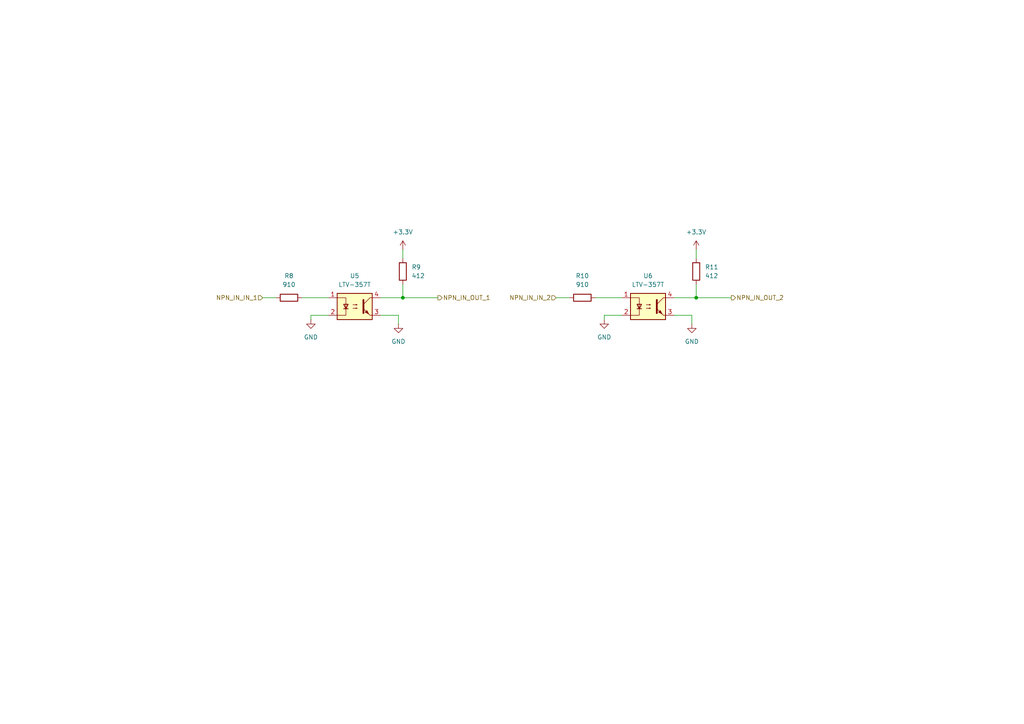
<source format=kicad_sch>
(kicad_sch (version 20250114) (generator "eeschema") (generator_version "9.0")
  (paper "A4")
  (lib_symbols
    (symbol "Device:R" (pin_numbers (hide yes)) (pin_names (offset 0))
      (property "Reference" "R" (at 2.032 0 90))
      (property "Value" "R" (at 0 0 90))
      (symbol "R_0_1"
        (rectangle (start -1.016 -2.54) (end 1.016 2.54) (stroke (width 0.254)))
      )
      (symbol "R_1_1"
        (pin passive line (at 0 3.81 270) (length 1.27) (name "~") (number "1"))
        (pin passive line (at 0 -3.81 90) (length 1.27) (name "~") (number "2"))
      )
    )
    (symbol "Isolator:LTV-357T" (pin_names (offset 1.016))
      (property "Reference" "U" (at -5.334 4.826 0))
      (property "Value" "LTV-357T" (at 0 5.08 0))
      (symbol "LTV-357T_0_1"
        (rectangle (start -5.08 3.81) (end 5.08 -3.81) (stroke (width 0.254)) (fill (type background)))
        (polyline (pts (xy -5.08 2.54) (xy -2.54 2.54) (xy -2.54 -0.762)))
        (polyline (pts (xy -3.175 -0.635) (xy -1.905 -0.635)) (stroke (width 0.254)))
        (polyline (pts (xy -2.54 -0.635) (xy -2.54 -2.54) (xy -5.08 -2.54)))
        (polyline (pts (xy -2.54 -0.635) (xy -3.175 0.635) (xy -1.905 0.635) (xy -2.54 -0.635)) (stroke (width 0.254)))
        (polyline (pts (xy -0.508 0.508) (xy 0.762 0.508) (xy 0.381 0.381) (xy 0.381 0.635) (xy 0.762 0.508)))
        (polyline (pts (xy -0.508 -0.508) (xy 0.762 -0.508) (xy 0.381 -0.635) (xy 0.381 -0.381) (xy 0.762 -0.508)))
        (polyline (pts (xy 2.54 1.905) (xy 2.54 -1.905)) (stroke (width 0.508)))
        (polyline (pts (xy 2.54 0.635) (xy 4.445 2.54)))
        (polyline (pts (xy 3.048 -1.651) (xy 3.556 -1.143) (xy 4.064 -2.159) (xy 3.048 -1.651)) (fill (type outline)))
        (polyline (pts (xy 4.445 2.54) (xy 5.08 2.54)))
        (polyline (pts (xy 4.445 -2.54) (xy 2.54 -0.635)) (fill (type outline)))
        (polyline (pts (xy 4.445 -2.54) (xy 5.08 -2.54)))
      )
      (symbol "LTV-357T_1_1"
        (pin passive line (at -7.62 2.54 0) (length 2.54) (name "~") (number "1"))
        (pin passive line (at -7.62 -2.54 0) (length 2.54) (name "~") (number "2"))
        (pin passive line (at 7.62 2.54 180) (length 2.54) (name "~") (number "4"))
        (pin passive line (at 7.62 -2.54 180) (length 2.54) (name "~") (number "3"))
      )
    )
    (symbol "power:+3.3V" (power) (pin_numbers (hide yes)) (pin_names (offset 0) (hide yes))
      (property "Value" "+3.3V" (at 0 3.556 0))
      (symbol "+3.3V_0_1"
        (polyline (pts (xy -0.762 1.27) (xy 0 2.54)))
        (polyline (pts (xy 0 2.54) (xy 0.762 1.27)))
        (polyline (pts (xy 0 0) (xy 0 2.54)))
      )
      (symbol "+3.3V_1_1"
        (pin power_in line (at 0 0 90) (length 0) (name "~") (number "1"))
      )
    )
    (symbol "power:GND" (power) (pin_numbers (hide yes)) (pin_names (offset 0) (hide yes))
      (property "Value" "GND" (at 0 -3.81 0))
      (symbol "GND_0_1"
        (polyline (pts (xy 0 0) (xy 0 -1.27) (xy 1.27 -1.27) (xy 0 -2.54) (xy -1.27 -1.27) (xy 0 -1.27)))
      )
      (symbol "GND_1_1"
        (pin power_in line (at 0 0 270) (length 0) (name "~") (number "1"))
      )
    )
  )
  (junction (at 116.84 86.36))
  (junction (at 201.93 86.36))
  (wire (pts (xy 161.29 86.36) (xy 165.1 86.36)))
  (wire (pts (xy 90.17 92.71) (xy 90.17 91.44)))
  (wire (pts (xy 201.93 86.36) (xy 212.09 86.36)))
  (wire (pts (xy 201.93 86.36) (xy 201.93 82.55)))
  (wire (pts (xy 175.26 92.71) (xy 175.26 91.44)))
  (wire (pts (xy 115.57 91.44) (xy 115.57 93.98)))
  (wire (pts (xy 116.84 86.36) (xy 127 86.36)))
  (wire (pts (xy 110.49 86.36) (xy 116.84 86.36)))
  (wire (pts (xy 175.26 91.44) (xy 180.34 91.44)))
  (wire (pts (xy 200.66 91.44) (xy 200.66 93.98)))
  (wire (pts (xy 195.58 91.44) (xy 200.66 91.44)))
  (wire (pts (xy 201.93 72.39) (xy 201.93 74.93)))
  (wire (pts (xy 172.72 86.36) (xy 180.34 86.36)))
  (wire (pts (xy 76.2 86.36) (xy 80.01 86.36)))
  (wire (pts (xy 110.49 91.44) (xy 115.57 91.44)))
  (wire (pts (xy 195.58 86.36) (xy 201.93 86.36)))
  (wire (pts (xy 116.84 86.36) (xy 116.84 82.55)))
  (wire (pts (xy 87.63 86.36) (xy 95.25 86.36)))
  (wire (pts (xy 116.84 72.39) (xy 116.84 74.93)))
  (wire (pts (xy 90.17 91.44) (xy 95.25 91.44)))
  (hierarchical_label "NPN_IN_IN_1" (shape input) (at 76.2 86.36 180))
  (hierarchical_label "NPN_IN_IN_2" (shape input) (at 161.29 86.36 180))
  (hierarchical_label "NPN_IN_OUT_2" (shape output) (at 212.09 86.36 0))
  (hierarchical_label "NPN_IN_OUT_1" (shape output) (at 127 86.36 0))
  (symbol (lib_id "Isolator:LTV-357T") (at 187.96 88.9 0) (unit 1)
    (property "Reference" "U6" (at 187.96 80.01 0))
    (property "Value" "LTV-357T" (at 187.96 82.55 0))
    (property "Footprint" "Package_SO:SO-4_4.4x3.6mm_P2.54mm" (effects (hide yes)))
    (property "Datasheet" "https://www.buerklin.com/medias/sys_master/download/download/h91/ha0/8892020588574.pdf" (effects (hide yes)))
    (property "Description" "DC Optocoupler, Vce 35V, CTR 50%, SO-4" (effects (hide yes)))
  )
  (symbol (lib_id "Device:R") (at 201.93 78.74 0) (unit 1)
    (property "Reference" "R11" (at 204.47 77.4699 0) (effects (justify left)))
    (property "Value" "412" (at 204.47 80.0099 0) (effects (justify left)))
    (property "Footprint" "Resistor_SMD:R_0201_0603Metric" (effects (hide yes)))
    (property "Description" "Resistor" (effects (hide yes)))
  )
  (symbol (lib_id "power:+3.3V") (at 201.93 72.39 0) (unit 1)
    (property "Reference" "#PWR032" (effects (hide yes)))
    (property "Value" "+3.3V" (at 201.93 67.31 0))
    (property "Description" "Power symbol creates a global label with name \"+3.3V\"" (effects (hide yes)))
  )
  (symbol (lib_id "Device:R") (at 83.82 86.36 90) (unit 1)
    (property "Reference" "R8" (at 83.82 80.01 90))
    (property "Value" "910" (at 83.82 82.55 90))
    (property "Footprint" "Resistor_SMD:R_0201_0603Metric" (effects (hide yes)))
    (property "Description" "Resistor" (effects (hide yes)))
  )
  (symbol (lib_id "Device:R") (at 168.91 86.36 270) (unit 1)
    (property "Reference" "R10" (at 168.91 80.01 90))
    (property "Value" "910" (at 168.91 82.55 90))
    (property "Footprint" "Resistor_SMD:R_0201_0603Metric" (effects (hide yes)))
    (property "Description" "Resistor" (effects (hide yes)))
  )
  (symbol (lib_id "power:GND") (at 90.17 92.71 0) (unit 1)
    (property "Reference" "#PWR014" (effects (hide yes)))
    (property "Value" "GND" (at 90.17 97.79 0))
    (property "Description" "Power symbol creates a global label with name \"GND\" , ground" (effects (hide yes)))
  )
  (symbol (lib_id "power:+3.3V") (at 116.84 72.39 0) (unit 1)
    (property "Reference" "#PWR029" (effects (hide yes)))
    (property "Value" "+3.3V" (at 116.84 67.31 0))
    (property "Description" "Power symbol creates a global label with name \"+3.3V\"" (effects (hide yes)))
  )
  (symbol (lib_id "power:GND") (at 115.57 93.98 0) (unit 1)
    (property "Reference" "#PWR028" (effects (hide yes)))
    (property "Value" "GND" (at 115.57 99.06 0))
    (property "Description" "Power symbol creates a global label with name \"GND\" , ground" (effects (hide yes)))
  )
  (symbol (lib_id "power:GND") (at 175.26 92.71 0) (unit 1)
    (property "Reference" "#PWR013" (effects (hide yes)))
    (property "Value" "GND" (at 175.26 97.79 0))
    (property "Description" "Power symbol creates a global label with name \"GND\" , ground" (effects (hide yes)))
  )
  (symbol (lib_id "Isolator:LTV-357T") (at 102.87 88.9 0) (unit 1)
    (property "Reference" "U5" (at 102.87 80.01 0))
    (property "Value" "LTV-357T" (at 102.87 82.55 0))
    (property "Footprint" "Package_SO:SO-4_4.4x3.6mm_P2.54mm" (effects (hide yes)))
    (property "Datasheet" "https://www.buerklin.com/medias/sys_master/download/download/h91/ha0/8892020588574.pdf" (effects (hide yes)))
    (property "Description" "DC Optocoupler, Vce 35V, CTR 50%, SO-4" (effects (hide yes)))
  )
  (symbol (lib_id "Device:R") (at 116.84 78.74 0) (unit 1)
    (property "Reference" "R9" (at 119.38 77.4699 0) (effects (justify left)))
    (property "Value" "412" (at 119.38 80.0099 0) (effects (justify left)))
    (property "Footprint" "Resistor_SMD:R_0201_0603Metric" (effects (hide yes)))
    (property "Description" "Resistor" (effects (hide yes)))
  )
  (symbol (lib_id "power:GND") (at 200.66 93.98 0) (unit 1)
    (property "Reference" "#PWR031" (effects (hide yes)))
    (property "Value" "GND" (at 200.66 99.06 0))
    (property "Description" "Power symbol creates a global label with name \"GND\" , ground" (effects (hide yes)))
  )
)
</source>
